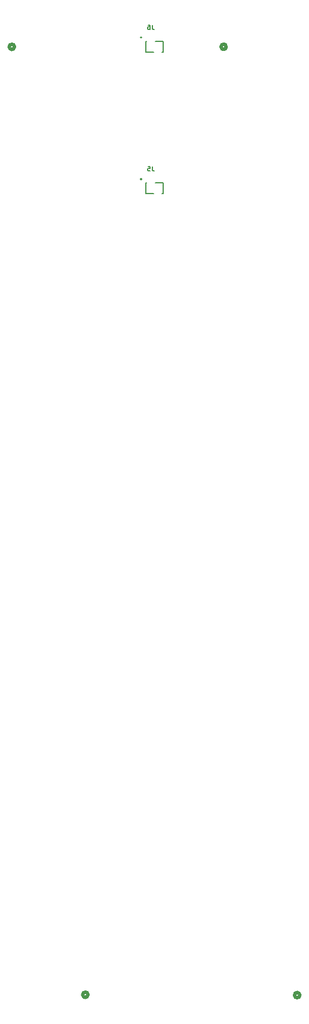
<source format=gbr>
%TF.GenerationSoftware,KiCad,Pcbnew,9.0.0*%
%TF.CreationDate,2025-04-03T19:14:32+05:30*%
%TF.ProjectId,12i(overall),31326928-6f76-4657-9261-6c6c292e6b69,rev?*%
%TF.SameCoordinates,Original*%
%TF.FileFunction,Legend,Bot*%
%TF.FilePolarity,Positive*%
%FSLAX46Y46*%
G04 Gerber Fmt 4.6, Leading zero omitted, Abs format (unit mm)*
G04 Created by KiCad (PCBNEW 9.0.0) date 2025-04-03 19:14:32*
%MOMM*%
%LPD*%
G01*
G04 APERTURE LIST*
%ADD10C,0.150000*%
%ADD11C,0.508000*%
%ADD12C,0.200000*%
G04 APERTURE END LIST*
D10*
X449681332Y-174901876D02*
X449681332Y-175359019D01*
X449681332Y-175359019D02*
X449711809Y-175450447D01*
X449711809Y-175450447D02*
X449772761Y-175511400D01*
X449772761Y-175511400D02*
X449864190Y-175541876D01*
X449864190Y-175541876D02*
X449925142Y-175541876D01*
X449102285Y-174901876D02*
X449224190Y-174901876D01*
X449224190Y-174901876D02*
X449285142Y-174932352D01*
X449285142Y-174932352D02*
X449315618Y-174962828D01*
X449315618Y-174962828D02*
X449376571Y-175054257D01*
X449376571Y-175054257D02*
X449407047Y-175176161D01*
X449407047Y-175176161D02*
X449407047Y-175419971D01*
X449407047Y-175419971D02*
X449376571Y-175480923D01*
X449376571Y-175480923D02*
X449346094Y-175511400D01*
X449346094Y-175511400D02*
X449285142Y-175541876D01*
X449285142Y-175541876D02*
X449163237Y-175541876D01*
X449163237Y-175541876D02*
X449102285Y-175511400D01*
X449102285Y-175511400D02*
X449071809Y-175480923D01*
X449071809Y-175480923D02*
X449041332Y-175419971D01*
X449041332Y-175419971D02*
X449041332Y-175267590D01*
X449041332Y-175267590D02*
X449071809Y-175206638D01*
X449071809Y-175206638D02*
X449102285Y-175176161D01*
X449102285Y-175176161D02*
X449163237Y-175145685D01*
X449163237Y-175145685D02*
X449285142Y-175145685D01*
X449285142Y-175145685D02*
X449346094Y-175176161D01*
X449346094Y-175176161D02*
X449376571Y-175206638D01*
X449376571Y-175206638D02*
X449407047Y-175267590D01*
X449681332Y-194901876D02*
X449681332Y-195359019D01*
X449681332Y-195359019D02*
X449711809Y-195450447D01*
X449711809Y-195450447D02*
X449772761Y-195511400D01*
X449772761Y-195511400D02*
X449864190Y-195541876D01*
X449864190Y-195541876D02*
X449925142Y-195541876D01*
X449071809Y-194901876D02*
X449376571Y-194901876D01*
X449376571Y-194901876D02*
X449407047Y-195206638D01*
X449407047Y-195206638D02*
X449376571Y-195176161D01*
X449376571Y-195176161D02*
X449315618Y-195145685D01*
X449315618Y-195145685D02*
X449163237Y-195145685D01*
X449163237Y-195145685D02*
X449102285Y-195176161D01*
X449102285Y-195176161D02*
X449071809Y-195206638D01*
X449071809Y-195206638D02*
X449041332Y-195267590D01*
X449041332Y-195267590D02*
X449041332Y-195419971D01*
X449041332Y-195419971D02*
X449071809Y-195480923D01*
X449071809Y-195480923D02*
X449102285Y-195511400D01*
X449102285Y-195511400D02*
X449163237Y-195541876D01*
X449163237Y-195541876D02*
X449315618Y-195541876D01*
X449315618Y-195541876D02*
X449376571Y-195511400D01*
X449376571Y-195511400D02*
X449407047Y-195480923D01*
D11*
%TO.C,SW1*%
X430174000Y-178000000D02*
G75*
G02*
X429412000Y-178000000I-381000J0D01*
G01*
X429412000Y-178000000D02*
G75*
G02*
X430174000Y-178000000I381000J0D01*
G01*
%TO.C,SW2*%
X460174000Y-178000000D02*
G75*
G02*
X459412000Y-178000000I-381000J0D01*
G01*
X459412000Y-178000000D02*
G75*
G02*
X460174000Y-178000000I381000J0D01*
G01*
%TO.C,SW5*%
X440588000Y-311950000D02*
G75*
G02*
X439826000Y-311950000I-381000J0D01*
G01*
X439826000Y-311950000D02*
G75*
G02*
X440588000Y-311950000I381000J0D01*
G01*
%TO.C,SW4*%
X470588000Y-312000000D02*
G75*
G02*
X469826000Y-312000000I-381000J0D01*
G01*
X469826000Y-312000000D02*
G75*
G02*
X470588000Y-312000000I381000J0D01*
G01*
D12*
%TO.C,J6*%
X448750000Y-177250000D02*
X448750000Y-178750000D01*
X448750000Y-178750000D02*
X449900000Y-178750000D01*
X448900000Y-177250000D02*
X448750000Y-177250000D01*
X451100000Y-178750000D02*
X451250000Y-178750000D01*
X451250000Y-177250000D02*
X450100000Y-177250000D01*
X451250000Y-178750000D02*
X451250000Y-177250000D01*
X448200000Y-176700000D02*
G75*
G02*
X448000000Y-176700000I-100000J0D01*
G01*
X448000000Y-176700000D02*
G75*
G02*
X448200000Y-176700000I100000J0D01*
G01*
%TO.C,J5*%
X448750000Y-197250000D02*
X448750000Y-198750000D01*
X448750000Y-198750000D02*
X449900000Y-198750000D01*
X448900000Y-197250000D02*
X448750000Y-197250000D01*
X451100000Y-198750000D02*
X451250000Y-198750000D01*
X451250000Y-197250000D02*
X450100000Y-197250000D01*
X451250000Y-198750000D02*
X451250000Y-197250000D01*
X448200000Y-196700000D02*
G75*
G02*
X448000000Y-196700000I-100000J0D01*
G01*
X448000000Y-196700000D02*
G75*
G02*
X448200000Y-196700000I100000J0D01*
G01*
%TD*%
M02*

</source>
